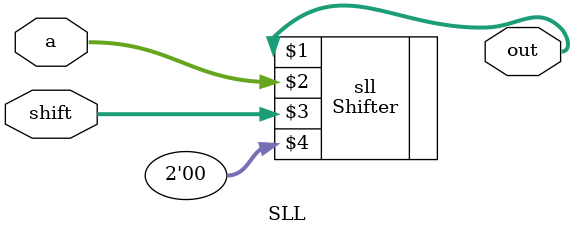
<source format=sv>
module SLL (
    input [15:0]a,
    input [3:0]shift,
    output [15:0]out
);
    
	Shifter sll(out, a, shift, 2'b00); 
	
	
/*     reg [15:0]stage[3:0];

    always@(*) begin
        case(shift[3])
            1'b0: stage[0] = a;
            1'b1: stage[0] = {a[7:0],8'b0};
            default: stage[0] = a;
        endcase // shift
        case(shift[2])
            1'b0: stage[1] = stage[0];
            1'b1: stage[1] = {stage[0][11:0],4'b0};
            default: stage[1] = stage[0];
        endcase // shift
        case(shift[1])
            1'b0: stage[2] = stage[1];
            1'b1: stage[2] = {stage[1][13:0],2'b0};
            default: stage[2] = stage[1];
        endcase // shift
        case(shift[0])
            1'b0: stage[3] = stage[2];
            1'b1: stage[3] = {stage[2][14:0],1'b0};
            default: stage[3] = stage[2];
        endcase // shift
    end

    assign out = stage[3];
 */
endmodule
</source>
